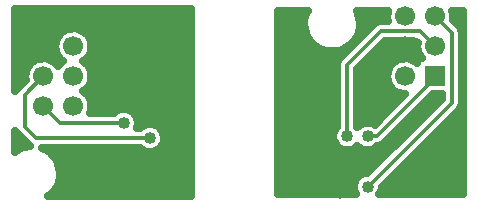
<source format=gbr>
G04 DipTrace 2.4.0.2*
%INBottom.gbr*%
%MOIN*%
%ADD14C,0.013*%
%ADD15C,0.025*%
%ADD20R,0.0669X0.0669*%
%ADD21C,0.0669*%
%ADD23C,0.04*%
%FSLAX44Y44*%
G04*
G70*
G90*
G75*
G01*
%LNBottom*%
%LPD*%
X10316Y4940D2*
D14*
X10191D1*
X9441Y8628D2*
X9503D1*
X13977Y4940D2*
X14254D1*
X17441Y4753D2*
X17379D1*
X15629Y4565D2*
Y4753D1*
X15754D1*
X17441Y6378D2*
X17504D1*
X17441Y7878D2*
Y7940D1*
X15402Y8378D2*
Y8418D1*
X15379Y8440D1*
X9316Y6378D2*
X5502D1*
X5128Y6753D1*
Y7816D1*
X5753Y8441D1*
X8440Y6878D2*
X6315D1*
X5753Y7441D1*
X16566Y6440D2*
X16879D1*
X18879Y8440D1*
X18817D1*
X15879Y6440D2*
Y8816D1*
X17004Y9941D1*
X18316D1*
X18817Y9440D1*
X16566Y4753D2*
X19379Y7565D1*
Y9878D1*
X18817Y10440D1*
D23*
X10316Y4940D3*
X9441Y8628D3*
X13977Y4940D3*
X17441Y4753D3*
X15629Y4565D3*
X17441Y6378D3*
Y7878D3*
X15402Y8378D3*
X9316Y6378D3*
X8440Y6878D3*
X16566Y6440D3*
X15879D3*
X16566Y4753D3*
X4840Y10442D2*
D15*
X10667D1*
X4840Y10193D2*
X10667D1*
X4840Y9945D2*
X6401D1*
X7104D2*
X10667D1*
X4840Y9696D2*
X6187D1*
X7319D2*
X10667D1*
X4840Y9447D2*
X6128D1*
X7377D2*
X10667D1*
X4840Y9199D2*
X6179D1*
X7326D2*
X10667D1*
X4840Y8950D2*
X5413D1*
X6092D2*
X6382D1*
X7123D2*
X10667D1*
X4840Y8701D2*
X5187D1*
X7319D2*
X10667D1*
X4840Y8453D2*
X5128D1*
X7377D2*
X10667D1*
X4840Y8204D2*
X5026D1*
X7330D2*
X10667D1*
X7131Y7955D2*
X10667D1*
X7315Y7706D2*
X10667D1*
X7377Y7458D2*
X10667D1*
X7330Y7209D2*
X8089D1*
X8791D2*
X10667D1*
X8924Y6960D2*
X10667D1*
X9666Y6712D2*
X10667D1*
X4840Y6463D2*
X4925D1*
X9799D2*
X10667D1*
X4840Y6214D2*
X5175D1*
X9776D2*
X10667D1*
X5908Y5966D2*
X9077D1*
X9557D2*
X10667D1*
X6166Y5717D2*
X10667D1*
X6287Y5468D2*
X10667D1*
X6330Y5220D2*
X10667D1*
X6303Y4971D2*
X10667D1*
X6201Y4722D2*
X10667D1*
X5990Y4474D2*
X10667D1*
X7339Y9316D2*
X7301Y9198D1*
X7239Y9090D1*
X7156Y8997D1*
X7083Y8944D1*
X7142Y8896D1*
X7228Y8806D1*
X7294Y8699D1*
X7335Y8582D1*
X7352Y8441D1*
X7339Y8316D1*
X7301Y8198D1*
X7239Y8090D1*
X7156Y7997D1*
X7083Y7944D1*
X7142Y7896D1*
X7228Y7806D1*
X7294Y7699D1*
X7335Y7582D1*
X7352Y7441D1*
X7339Y7316D1*
X7305Y7209D1*
X8116Y7208D1*
X8148Y7239D1*
X8255Y7304D1*
X8374Y7338D1*
X8499Y7339D1*
X8619Y7307D1*
X8727Y7244D1*
X8814Y7155D1*
X8874Y7046D1*
X8903Y6924D1*
X8905Y6878D1*
X8889Y6754D1*
X8869Y6708D1*
X8991D1*
X9023Y6740D1*
X9130Y6804D1*
X9250Y6838D1*
X9374Y6839D1*
X9495Y6807D1*
X9602Y6744D1*
X9689Y6655D1*
X9749Y6546D1*
X9778Y6425D1*
X9781Y6378D1*
X9764Y6255D1*
X9715Y6140D1*
X9638Y6042D1*
X9537Y5969D1*
X9420Y5925D1*
X9296Y5913D1*
X9174Y5935D1*
X9061Y5989D1*
X8993Y6048D1*
X5726D1*
X5862Y5980D1*
X5964Y5907D1*
X6055Y5822D1*
X6134Y5725D1*
X6199Y5618D1*
X6249Y5504D1*
X6283Y5384D1*
X6304Y5190D1*
X6296Y5066D1*
X6270Y4943D1*
X6229Y4825D1*
X6172Y4714D1*
X6101Y4611D1*
X6017Y4519D1*
X5924Y4442D1*
X7690Y4440D1*
X10691D1*
Y10691D1*
X4815D1*
X4821Y7938D1*
X4894Y8049D1*
X5168Y8322D1*
X5153Y8432D1*
X5164Y8556D1*
X5201Y8675D1*
X5261Y8784D1*
X5343Y8879D1*
X5443Y8954D1*
X5556Y9007D1*
X5677Y9035D1*
X5802Y9038D1*
X5924Y9015D1*
X6040Y8967D1*
X6142Y8896D1*
X6228Y8806D1*
X6251Y8769D1*
X6343Y8879D1*
X6421Y8937D1*
X6356Y8991D1*
X6272Y9082D1*
X6208Y9190D1*
X6168Y9308D1*
X6153Y9432D1*
X6164Y9556D1*
X6201Y9675D1*
X6261Y9784D1*
X6343Y9879D1*
X6443Y9954D1*
X6556Y10007D1*
X6677Y10035D1*
X6802Y10038D1*
X6924Y10015D1*
X7040Y9967D1*
X7142Y9896D1*
X7228Y9806D1*
X7294Y9699D1*
X7335Y9582D1*
X7352Y9441D1*
X7339Y9316D1*
X4816Y5926D2*
X4910Y5990D1*
X5022Y6045D1*
X5140Y6085D1*
X5306Y6112D1*
X4894Y6519D1*
X4824Y6626D1*
X4835Y6601D1*
X4815Y6566D1*
Y5929D1*
X13591Y10380D2*
X14449D1*
X16312D2*
X17195D1*
X19437D2*
X19730D1*
X13591Y10131D2*
X14434D1*
X16331D2*
X16703D1*
X19616D2*
X19731D1*
X13591Y9882D2*
X14484D1*
X16277D2*
X16453D1*
X13591Y9633D2*
X14621D1*
X13591Y9385D2*
X14906D1*
X15855D2*
X15956D1*
X16941D2*
X18195D1*
X13591Y9136D2*
X15707D1*
X16691D2*
X18273D1*
X13591Y8887D2*
X15531D1*
X16441D2*
X17391D1*
X13591Y8639D2*
X15523D1*
X16234D2*
X17227D1*
X13591Y8390D2*
X15523D1*
X16234D2*
X17195D1*
X13591Y8141D2*
X15523D1*
X16234D2*
X17273D1*
X13591Y7893D2*
X15523D1*
X16234D2*
X17547D1*
X13591Y7644D2*
X15523D1*
X16234D2*
X17590D1*
X18573D2*
X18965D1*
X13591Y7395D2*
X15523D1*
X16234D2*
X17344D1*
X18323D2*
X18719D1*
X13591Y7147D2*
X15523D1*
X16234D2*
X17094D1*
X18077D2*
X18469D1*
X19452D2*
X19730D1*
X13591Y6898D2*
X15523D1*
X16234D2*
X16461D1*
X16674D2*
X16844D1*
X17827D2*
X18219D1*
X19202D2*
X19730D1*
X13591Y6649D2*
X15437D1*
X17577D2*
X17973D1*
X18956D2*
X19730D1*
X13591Y6401D2*
X15391D1*
X17331D2*
X17723D1*
X18706D2*
X19730D1*
X13591Y6152D2*
X15488D1*
X17066D2*
X17473D1*
X18456D2*
X19730D1*
X13591Y5903D2*
X17227D1*
X18210D2*
X19730D1*
X13591Y5654D2*
X16977D1*
X17960D2*
X19730D1*
X13591Y5406D2*
X16727D1*
X17710D2*
X19730D1*
X13591Y5157D2*
X16312D1*
X17464D2*
X19730D1*
X13591Y4908D2*
X16102D1*
X17214D2*
X19730D1*
X13591Y4660D2*
X16086D1*
X17046D2*
X19730D1*
X18342Y9040D2*
X18369D1*
X18272Y9190D1*
X18232Y9308D1*
X18217Y9432D1*
X18229Y9560D1*
X18066Y9611D1*
X17141D1*
X16207Y8677D1*
X16209Y6765D1*
X16380Y6866D1*
X16500Y6901D1*
X16625Y6902D1*
X16745Y6869D1*
X16809Y6832D1*
X17087Y7116D1*
X17814Y7842D1*
X17759Y7844D1*
X17636Y7869D1*
X17522Y7918D1*
X17420Y7991D1*
X17336Y8082D1*
X17272Y8190D1*
X17232Y8308D1*
X17217Y8432D1*
X17228Y8556D1*
X17265Y8675D1*
X17325Y8784D1*
X17407Y8879D1*
X17507Y8954D1*
X17620Y9007D1*
X17741Y9035D1*
X17866Y9038D1*
X17988Y9015D1*
X18104Y8967D1*
X18220Y8882D1*
X18217Y9040D1*
X18342D1*
X19053Y7841D2*
X18748D1*
X17112Y6207D1*
X17006Y6136D1*
X16912Y6112D1*
X16888Y6105D1*
X16787Y6031D1*
X16671Y5987D1*
X16547Y5976D1*
X16424Y5998D1*
X16312Y6051D1*
X16220Y6130D1*
X16201Y6105D1*
X16100Y6031D1*
X15983Y5987D1*
X15859Y5976D1*
X15736Y5998D1*
X15624Y6051D1*
X15530Y6133D1*
X15461Y6237D1*
X15422Y6355D1*
X15415Y6479D1*
X15442Y6601D1*
X15501Y6711D1*
X15552Y6765D1*
X15549Y7815D1*
Y8816D1*
X15572Y8938D1*
X15645Y9049D1*
X16771Y10174D1*
X16873Y10244D1*
X17004Y10271D1*
X17242D1*
X17217Y10432D1*
X17228Y10556D1*
X17250Y10627D1*
X16196Y10628D1*
X16252Y10509D1*
X16287Y10389D1*
X16307Y10195D1*
X16299Y10070D1*
X16274Y9948D1*
X16232Y9830D1*
X16175Y9719D1*
X16104Y9616D1*
X16020Y9524D1*
X15924Y9445D1*
X15818Y9378D1*
X15704Y9327D1*
X15584Y9291D1*
X15461Y9272D1*
X15336Y9270D1*
X15212Y9284D1*
X15091Y9315D1*
X14975Y9362D1*
X14867Y9424D1*
X14768Y9501D1*
X14680Y9589D1*
X14605Y9689D1*
X14544Y9798D1*
X14498Y9914D1*
X14468Y10036D1*
X14455Y10160D1*
X14459Y10285D1*
X14479Y10408D1*
X14516Y10527D1*
X14564Y10630D1*
X13566Y10628D1*
Y4503D1*
X16171D1*
X16109Y4667D1*
X16103Y4792D1*
X16130Y4913D1*
X16188Y5023D1*
X16274Y5114D1*
X16380Y5179D1*
X16500Y5213D1*
X16559D1*
X19048Y7701D1*
X19049Y7843D1*
X19382Y10630D2*
X19399Y10582D1*
X19416Y10440D1*
X19404Y10320D1*
X19612Y10111D1*
X19682Y10008D1*
X19709Y9878D1*
Y7565D1*
X19686Y7443D1*
X19612Y7332D1*
X17030Y4749D1*
X17015Y4629D1*
X16958Y4505D1*
X18441Y4503D1*
X19754D1*
Y10628D1*
X19383D1*
D20*
X5753Y9441D3*
D21*
X6753D3*
X5753Y8441D3*
X6753D3*
X5753Y7441D3*
X6753D3*
D20*
X18817Y8440D3*
D21*
X17817D3*
X18817Y9440D3*
X17817D3*
X18817Y10440D3*
X17817D3*
M02*

</source>
